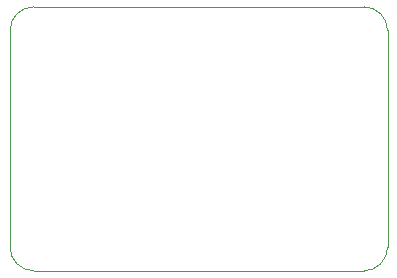
<source format=gbr>
%TF.GenerationSoftware,KiCad,Pcbnew,8.0.2*%
%TF.CreationDate,2024-06-17T10:53:27+02:00*%
%TF.ProjectId,IMD SCS Maker,494d4420-5343-4532-904d-616b65722e6b,rev?*%
%TF.SameCoordinates,Original*%
%TF.FileFunction,Profile,NP*%
%FSLAX46Y46*%
G04 Gerber Fmt 4.6, Leading zero omitted, Abs format (unit mm)*
G04 Created by KiCad (PCBNEW 8.0.2) date 2024-06-17 10:53:27*
%MOMM*%
%LPD*%
G01*
G04 APERTURE LIST*
%TA.AperFunction,Profile*%
%ADD10C,0.100000*%
%TD*%
G04 APERTURE END LIST*
D10*
X93000000Y-39370000D02*
G75*
G02*
X95000000Y-41370000I0J-2000000D01*
G01*
X63042800Y-41370000D02*
G75*
G02*
X65042800Y-39370000I2000000J0D01*
G01*
X95000000Y-41370000D02*
X95000000Y-59722000D01*
X65042800Y-61722000D02*
G75*
G02*
X63042800Y-59722000I0J2000000D01*
G01*
X65042800Y-39370000D02*
X93000000Y-39370000D01*
X93000000Y-61722000D02*
X65042800Y-61722000D01*
X63042800Y-59722000D02*
X63042800Y-41370000D01*
X95000000Y-59722000D02*
G75*
G02*
X93000000Y-61722000I-2000000J0D01*
G01*
M02*

</source>
